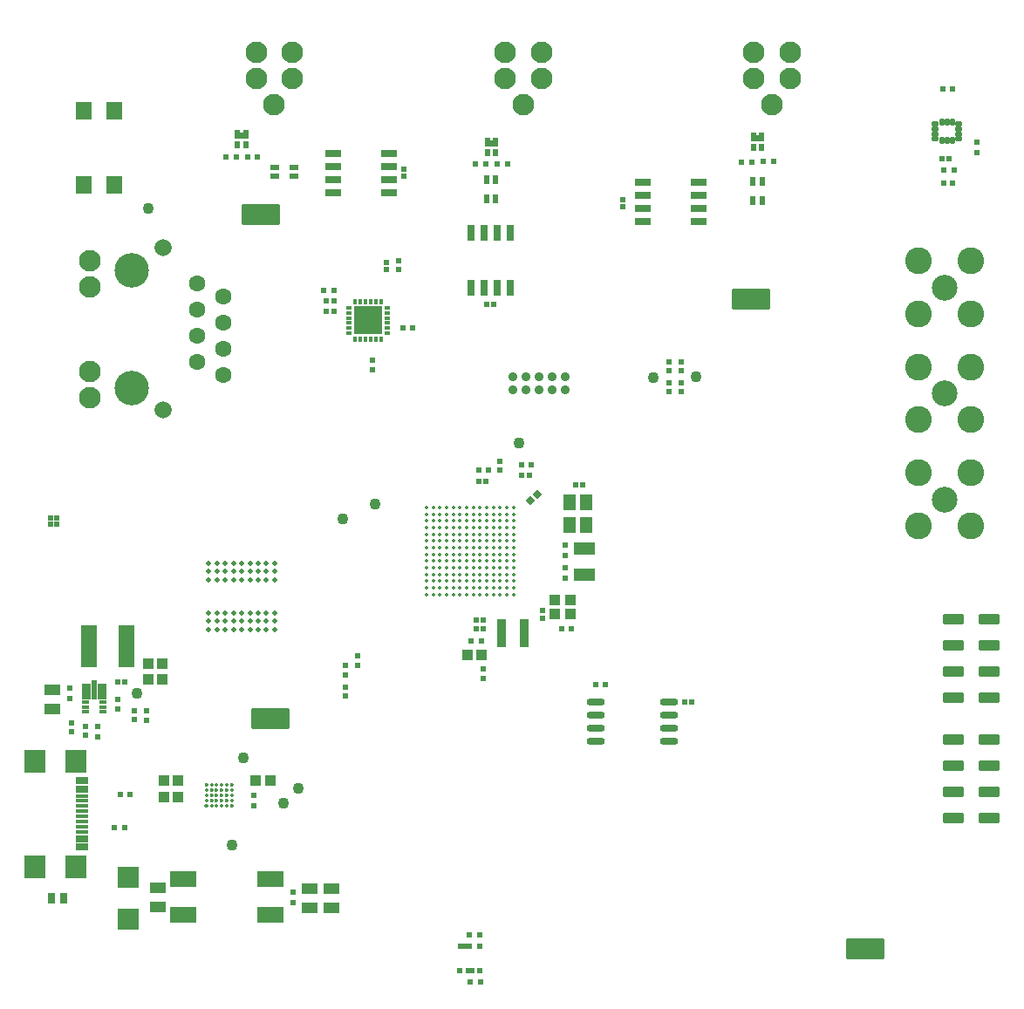
<source format=gts>
G04*
G04 #@! TF.GenerationSoftware,Altium Limited,Altium Designer,23.0.1 (38)*
G04*
G04 Layer_Color=8388736*
%FSLAX43Y43*%
%MOMM*%
G71*
G04*
G04 #@! TF.SameCoordinates,05D2ED34-A1BA-4F44-98ED-29CC40A3A522*
G04*
G04*
G04 #@! TF.FilePolarity,Negative*
G04*
G01*
G75*
%ADD20R,0.500X0.500*%
%ADD22R,0.500X0.500*%
%ADD62O,0.295X0.414*%
%ADD63O,0.414X0.295*%
%ADD64C,0.360*%
%ADD65O,0.360X0.290*%
%ADD66R,0.600X0.600*%
%ADD67R,1.650X0.700*%
%ADD68R,0.600X0.600*%
G04:AMPARAMS|DCode=69|XSize=0.45mm|YSize=0.7mm|CornerRadius=0.138mm|HoleSize=0mm|Usage=FLASHONLY|Rotation=0.000|XOffset=0mm|YOffset=0mm|HoleType=Round|Shape=RoundedRectangle|*
%AMROUNDEDRECTD69*
21,1,0.450,0.425,0,0,0.0*
21,1,0.175,0.700,0,0,0.0*
1,1,0.275,0.088,-0.213*
1,1,0.275,-0.088,-0.213*
1,1,0.275,-0.088,0.213*
1,1,0.275,0.088,0.213*
%
%ADD69ROUNDEDRECTD69*%
G04:AMPARAMS|DCode=70|XSize=0.45mm|YSize=0.7mm|CornerRadius=0.138mm|HoleSize=0mm|Usage=FLASHONLY|Rotation=90.000|XOffset=0mm|YOffset=0mm|HoleType=Round|Shape=RoundedRectangle|*
%AMROUNDEDRECTD70*
21,1,0.450,0.425,0,0,90.0*
21,1,0.175,0.700,0,0,90.0*
1,1,0.275,0.213,0.088*
1,1,0.275,0.213,-0.088*
1,1,0.275,-0.213,-0.088*
1,1,0.275,-0.213,0.088*
%
%ADD70ROUNDEDRECTD70*%
%ADD71R,0.600X0.520*%
%ADD72R,0.500X0.650*%
%ADD73R,0.500X0.950*%
%ADD74R,0.500X0.850*%
%ADD75R,0.520X0.600*%
%ADD76R,0.700X1.650*%
%ADD77R,0.850X0.500*%
%ADD78R,1.500X1.700*%
%ADD79R,2.700X2.700*%
G04:AMPARAMS|DCode=80|XSize=0.33mm|YSize=0.58mm|CornerRadius=0.108mm|HoleSize=0mm|Usage=FLASHONLY|Rotation=0.000|XOffset=0mm|YOffset=0mm|HoleType=Round|Shape=RoundedRectangle|*
%AMROUNDEDRECTD80*
21,1,0.330,0.365,0,0,0.0*
21,1,0.115,0.580,0,0,0.0*
1,1,0.215,0.058,-0.183*
1,1,0.215,-0.058,-0.183*
1,1,0.215,-0.058,0.183*
1,1,0.215,0.058,0.183*
%
%ADD80ROUNDEDRECTD80*%
G04:AMPARAMS|DCode=81|XSize=0.33mm|YSize=0.58mm|CornerRadius=0.108mm|HoleSize=0mm|Usage=FLASHONLY|Rotation=90.000|XOffset=0mm|YOffset=0mm|HoleType=Round|Shape=RoundedRectangle|*
%AMROUNDEDRECTD81*
21,1,0.330,0.365,0,0,90.0*
21,1,0.115,0.580,0,0,90.0*
1,1,0.215,0.183,0.058*
1,1,0.215,0.183,-0.058*
1,1,0.215,-0.183,-0.058*
1,1,0.215,-0.183,0.058*
%
%ADD81ROUNDEDRECTD81*%
%ADD82R,0.500X0.600*%
%ADD83R,0.850X0.600*%
%ADD84R,1.400X0.600*%
%ADD85C,0.510*%
%ADD86P,0.849X4X90.0*%
%ADD87R,1.300X1.500*%
%ADD88R,2.000X1.200*%
%ADD89O,1.800X0.700*%
%ADD90R,1.000X1.000*%
%ADD91R,0.900X2.800*%
%ADD92R,1.000X1.000*%
%ADD93C,1.100*%
%ADD94R,0.700X0.400*%
%ADD95R,0.900X1.600*%
%ADD96R,0.500X1.830*%
%ADD97R,1.500X1.050*%
%ADD98R,2.600X1.600*%
%ADD99R,0.700X1.000*%
%ADD100R,2.100X2.100*%
G04:AMPARAMS|DCode=101|XSize=3.7mm|YSize=2.1mm|CornerRadius=0.15mm|HoleSize=0mm|Usage=FLASHONLY|Rotation=0.000|XOffset=0mm|YOffset=0mm|HoleType=Round|Shape=RoundedRectangle|*
%AMROUNDEDRECTD101*
21,1,3.700,1.800,0,0,0.0*
21,1,3.400,2.100,0,0,0.0*
1,1,0.300,1.700,-0.900*
1,1,0.300,-1.700,-0.900*
1,1,0.300,-1.700,0.900*
1,1,0.300,1.700,0.900*
%
%ADD101ROUNDEDRECTD101*%
%ADD102C,0.887*%
%ADD103C,0.350*%
G04:AMPARAMS|DCode=104|XSize=1.1mm|YSize=2.1mm|CornerRadius=0.3mm|HoleSize=0mm|Usage=FLASHONLY|Rotation=90.000|XOffset=0mm|YOffset=0mm|HoleType=Round|Shape=RoundedRectangle|*
%AMROUNDEDRECTD104*
21,1,1.100,1.500,0,0,90.0*
21,1,0.500,2.100,0,0,90.0*
1,1,0.600,0.750,0.250*
1,1,0.600,0.750,-0.250*
1,1,0.600,-0.750,-0.250*
1,1,0.600,-0.750,0.250*
%
%ADD104ROUNDEDRECTD104*%
%ADD105R,1.600X4.100*%
%ADD106R,2.100X2.280*%
%ADD107R,1.160X0.700*%
%ADD108R,1.250X0.400*%
%ADD109C,0.100*%
%ADD110C,2.100*%
%ADD111C,3.350*%
%ADD112C,1.670*%
%ADD113C,1.600*%
%ADD114C,2.500*%
%ADD115C,2.600*%
G36*
X22325Y84788D02*
X21025D01*
Y85388D01*
X22325D01*
Y84788D01*
D02*
G37*
G36*
X72400Y84538D02*
X71100D01*
Y85138D01*
X72400D01*
Y84538D01*
D02*
G37*
G36*
X46600Y84038D02*
X45300D01*
Y84638D01*
X46600D01*
Y84038D01*
D02*
G37*
G36*
X18353Y20211D02*
X18354Y20211D01*
X18358Y20210D01*
X18362Y20210D01*
X18363Y20209D01*
X18364Y20209D01*
X18368Y20208D01*
X18372Y20207D01*
X18372Y20206D01*
X18373Y20206D01*
X18377Y20204D01*
X18381Y20202D01*
X18381Y20202D01*
X18382Y20201D01*
X18385Y20199D01*
X18388Y20196D01*
X18389Y20195D01*
X18389Y20195D01*
X18397Y20186D01*
X18400Y20183D01*
X18402Y20180D01*
X18416Y20160D01*
X18418Y20157D01*
X18420Y20153D01*
X18429Y20132D01*
X18431Y20128D01*
X18432Y20124D01*
X18438Y20101D01*
X18439Y20097D01*
X18440Y20093D01*
X18442Y20069D01*
X18442Y20065D01*
X18442Y20061D01*
X18440Y20037D01*
X18440Y20033D01*
X18439Y20029D01*
X18434Y20006D01*
X18432Y20002D01*
X18431Y19998D01*
X18422Y19976D01*
X18420Y19973D01*
X18418Y19969D01*
X18405Y19949D01*
X18402Y19946D01*
X18400Y19943D01*
X18384Y19925D01*
X18381Y19922D01*
X18378Y19920D01*
X18359Y19905D01*
X18356Y19903D01*
X18352Y19900D01*
X18331Y19889D01*
X18328Y19887D01*
X18324Y19886D01*
X18302Y19878D01*
X18298Y19877D01*
X18293Y19876D01*
X18270Y19872D01*
X18266Y19872D01*
X18262Y19871D01*
X18238D01*
X18234Y19872D01*
X18230Y19872D01*
X18207Y19876D01*
X18203Y19877D01*
X18199Y19878D01*
X18176Y19886D01*
X18173Y19887D01*
X18169Y19889D01*
X18148Y19900D01*
X18144Y19903D01*
X18141Y19905D01*
X18122Y19920D01*
X18119Y19922D01*
X18116Y19925D01*
X18100Y19943D01*
X18098Y19946D01*
X18095Y19949D01*
X18083Y19969D01*
X18081Y19973D01*
X18079Y19976D01*
X18069Y19998D01*
X18068Y20002D01*
X18067Y20006D01*
X18061Y20029D01*
X18060Y20033D01*
X18060Y20037D01*
X18058Y20061D01*
X18058Y20065D01*
X18058Y20069D01*
X18060Y20093D01*
X18061Y20097D01*
X18062Y20101D01*
X18068Y20124D01*
X18069Y20128D01*
X18071Y20132D01*
X18080Y20153D01*
X18083Y20157D01*
X18085Y20160D01*
X18098Y20180D01*
X18100Y20183D01*
X18103Y20186D01*
X18111Y20195D01*
X18112Y20195D01*
X18112Y20196D01*
X18115Y20199D01*
X18118Y20201D01*
X18119Y20202D01*
X18120Y20202D01*
X18123Y20204D01*
X18127Y20206D01*
X18128Y20206D01*
X18128Y20207D01*
X18132Y20208D01*
X18136Y20209D01*
X18137Y20209D01*
X18138Y20210D01*
X18142Y20210D01*
X18146Y20211D01*
X18147Y20211D01*
X18147Y20211D01*
X18353Y20211D01*
X18353Y20211D01*
X18353Y20211D01*
D02*
G37*
D20*
X3750Y47363D02*
D03*
X3150Y47963D02*
D03*
D22*
Y47363D02*
D03*
X3750Y47963D02*
D03*
D62*
X18750Y22063D02*
D03*
X19250D02*
D03*
X19750D02*
D03*
X20250D02*
D03*
X18750Y20063D02*
D03*
X19250D02*
D03*
X19750D02*
D03*
X20250D02*
D03*
D63*
X18250Y21563D02*
D03*
X20750D02*
D03*
X18250Y21063D02*
D03*
X20750D02*
D03*
X18250Y20563D02*
D03*
X20750D02*
D03*
D64*
X18750Y21563D02*
D03*
X19250D02*
D03*
X19750D02*
D03*
X20250D02*
D03*
X18750Y21063D02*
D03*
X19250D02*
D03*
X19750D02*
D03*
X20250D02*
D03*
X18750Y20563D02*
D03*
X19250D02*
D03*
X19750D02*
D03*
X20250D02*
D03*
X20750Y20063D02*
D03*
X18250Y22063D02*
D03*
X20750D02*
D03*
D65*
X18250Y20063D02*
D03*
D66*
X64375Y62288D02*
D03*
Y63188D02*
D03*
X63175Y62288D02*
D03*
Y63188D02*
D03*
Y60238D02*
D03*
Y61138D02*
D03*
X64375Y60238D02*
D03*
Y61138D02*
D03*
X93025Y83488D02*
D03*
Y84488D02*
D03*
X36925Y72113D02*
D03*
Y73013D02*
D03*
X34381Y63307D02*
D03*
Y62407D02*
D03*
X46750Y52613D02*
D03*
Y53513D02*
D03*
X53075Y45338D02*
D03*
Y44338D02*
D03*
X53075Y42163D02*
D03*
Y43163D02*
D03*
X45144Y32413D02*
D03*
Y33313D02*
D03*
X32950Y34613D02*
D03*
Y33713D02*
D03*
X31750Y32763D02*
D03*
Y33663D02*
D03*
X31750Y31588D02*
D03*
Y30688D02*
D03*
X12450Y29313D02*
D03*
Y28313D02*
D03*
X11225Y28413D02*
D03*
Y29313D02*
D03*
X9675Y30413D02*
D03*
Y29413D02*
D03*
X7700Y26763D02*
D03*
Y27763D02*
D03*
X6475Y26888D02*
D03*
Y27788D02*
D03*
X5125Y27238D02*
D03*
Y28138D02*
D03*
X4950Y30513D02*
D03*
Y31513D02*
D03*
X22875Y21088D02*
D03*
Y20088D02*
D03*
X26653Y10663D02*
D03*
Y11663D02*
D03*
D67*
X30550Y83418D02*
D03*
Y82148D02*
D03*
Y80878D02*
D03*
Y79608D02*
D03*
X35950Y83418D02*
D03*
Y82148D02*
D03*
Y80878D02*
D03*
Y79608D02*
D03*
X66025Y76758D02*
D03*
Y78028D02*
D03*
Y79298D02*
D03*
Y80568D02*
D03*
X60625Y76758D02*
D03*
Y78028D02*
D03*
Y79298D02*
D03*
Y80568D02*
D03*
D68*
X90650Y89613D02*
D03*
X89750D02*
D03*
X90825Y81773D02*
D03*
X89825D02*
D03*
X89800Y80523D02*
D03*
X90700D02*
D03*
X73319Y82591D02*
D03*
X72319D02*
D03*
X70211Y82578D02*
D03*
X71211D02*
D03*
X47500Y82388D02*
D03*
X46500D02*
D03*
X44357Y82394D02*
D03*
X45357D02*
D03*
X20125Y83088D02*
D03*
X21125D02*
D03*
X23225D02*
D03*
X22225D02*
D03*
X29625Y70063D02*
D03*
X30625D02*
D03*
X37350Y66438D02*
D03*
X38250D02*
D03*
X45600Y52613D02*
D03*
X44700D02*
D03*
X44750Y7513D02*
D03*
X43750D02*
D03*
X43850Y2963D02*
D03*
X44850D02*
D03*
X49775Y53138D02*
D03*
X48875D02*
D03*
X56075Y31838D02*
D03*
X56975D02*
D03*
X52750Y37263D02*
D03*
X53650D02*
D03*
X43969Y36088D02*
D03*
X44969D02*
D03*
X9350Y17913D02*
D03*
X10350D02*
D03*
X9875Y21188D02*
D03*
X10875D02*
D03*
D69*
X89643Y86413D02*
D03*
X90143D02*
D03*
X90643D02*
D03*
Y84663D02*
D03*
X90143D02*
D03*
X89643D02*
D03*
D70*
X91268Y86288D02*
D03*
Y85788D02*
D03*
Y85288D02*
D03*
Y84788D02*
D03*
X89018D02*
D03*
Y85288D02*
D03*
Y85788D02*
D03*
Y86288D02*
D03*
D71*
X89625Y82873D02*
D03*
X90325D02*
D03*
X46125Y68738D02*
D03*
X45425D02*
D03*
X30625Y69038D02*
D03*
X29925D02*
D03*
Y68088D02*
D03*
X30625D02*
D03*
X44700Y51538D02*
D03*
X45400D02*
D03*
X48875Y52138D02*
D03*
X49575D02*
D03*
X54063Y51175D02*
D03*
X54763D02*
D03*
X65400Y30163D02*
D03*
X64700D02*
D03*
X44444Y38082D02*
D03*
X45144D02*
D03*
X44444Y37203D02*
D03*
X45144D02*
D03*
X9625Y32038D02*
D03*
X10325D02*
D03*
D72*
X72150Y83963D02*
D03*
X71350D02*
D03*
X45550Y83463D02*
D03*
X46350D02*
D03*
X21275Y84213D02*
D03*
X22075D02*
D03*
D73*
X72150Y84963D02*
D03*
X71350D02*
D03*
X45550Y84463D02*
D03*
X46350D02*
D03*
X21275Y85213D02*
D03*
X22075D02*
D03*
D74*
X72175Y80688D02*
D03*
X71325D02*
D03*
X72175Y78838D02*
D03*
X71325D02*
D03*
X45500Y79013D02*
D03*
X46350D02*
D03*
X45500Y80863D02*
D03*
X46350D02*
D03*
D75*
X58675Y78913D02*
D03*
Y78213D02*
D03*
X37450Y81163D02*
D03*
Y81863D02*
D03*
X35753Y72785D02*
D03*
Y72085D02*
D03*
X50840Y38988D02*
D03*
Y38288D02*
D03*
D76*
X47730Y75713D02*
D03*
X46460D02*
D03*
X45190D02*
D03*
X43920D02*
D03*
X47730Y70313D02*
D03*
X46460D02*
D03*
X45190D02*
D03*
X43920D02*
D03*
D77*
X26725Y81163D02*
D03*
Y82013D02*
D03*
X24875Y81163D02*
D03*
Y82013D02*
D03*
D78*
X6325Y87538D02*
D03*
X9325D02*
D03*
Y80338D02*
D03*
X6325D02*
D03*
D79*
X33952Y67175D02*
D03*
D80*
X32702Y69035D02*
D03*
X33202D02*
D03*
X33702D02*
D03*
X34202D02*
D03*
X34702D02*
D03*
X35202D02*
D03*
Y65315D02*
D03*
X34702D02*
D03*
X34202D02*
D03*
X33702D02*
D03*
X33202D02*
D03*
X32702D02*
D03*
D81*
X35812Y68425D02*
D03*
Y67925D02*
D03*
Y67425D02*
D03*
Y66925D02*
D03*
Y66425D02*
D03*
Y65925D02*
D03*
X32092Y67925D02*
D03*
Y68425D02*
D03*
Y67425D02*
D03*
Y66925D02*
D03*
Y66425D02*
D03*
Y65925D02*
D03*
D82*
X44775Y6413D02*
D03*
Y4013D02*
D03*
X42875D02*
D03*
D83*
X43825D02*
D03*
D84*
X43325Y6413D02*
D03*
D85*
X18475Y37200D02*
D03*
Y43600D02*
D03*
X20075Y37200D02*
D03*
Y38000D02*
D03*
Y38800D02*
D03*
Y43600D02*
D03*
X20875Y37200D02*
D03*
Y38000D02*
D03*
Y38800D02*
D03*
Y42000D02*
D03*
Y42800D02*
D03*
Y43600D02*
D03*
X21675Y38000D02*
D03*
Y38800D02*
D03*
Y42000D02*
D03*
Y42800D02*
D03*
X22475Y38800D02*
D03*
Y42000D02*
D03*
X23275Y38800D02*
D03*
Y42000D02*
D03*
X24075Y38800D02*
D03*
Y42000D02*
D03*
X24875Y37200D02*
D03*
Y38800D02*
D03*
Y42000D02*
D03*
Y43600D02*
D03*
X22475Y38000D02*
D03*
X23275D02*
D03*
X24075Y43600D02*
D03*
X24875Y42800D02*
D03*
X22475D02*
D03*
X23275Y43600D02*
D03*
X21675D02*
D03*
X22475D02*
D03*
X23275Y37200D02*
D03*
X22475D02*
D03*
X23275Y42800D02*
D03*
X21675Y37200D02*
D03*
X24075Y38000D02*
D03*
Y42800D02*
D03*
Y37200D02*
D03*
X24875Y38000D02*
D03*
X18475Y42800D02*
D03*
X19275Y37200D02*
D03*
X20075Y42000D02*
D03*
X18475D02*
D03*
X20075Y42800D02*
D03*
X19275Y42000D02*
D03*
Y43600D02*
D03*
Y42800D02*
D03*
X18475Y38800D02*
D03*
Y38000D02*
D03*
X19275D02*
D03*
Y38800D02*
D03*
D86*
X49720Y49665D02*
D03*
X50356Y50301D02*
D03*
D87*
X53525Y47338D02*
D03*
Y49538D02*
D03*
X55125D02*
D03*
Y47338D02*
D03*
D88*
X54950Y45013D02*
D03*
Y42513D02*
D03*
D89*
X56075Y30168D02*
D03*
Y28898D02*
D03*
Y27628D02*
D03*
Y26358D02*
D03*
X63175Y30168D02*
D03*
Y28898D02*
D03*
Y27628D02*
D03*
Y26358D02*
D03*
D90*
X53625Y38663D02*
D03*
Y40063D02*
D03*
X52025Y38653D02*
D03*
Y40053D02*
D03*
D91*
X46875Y36813D02*
D03*
X49075D02*
D03*
D92*
X44994Y34688D02*
D03*
X43594D02*
D03*
X12600Y32338D02*
D03*
X14000D02*
D03*
X24450Y22488D02*
D03*
X23050D02*
D03*
X14125Y22501D02*
D03*
X15525D02*
D03*
X14125Y20938D02*
D03*
X15525D02*
D03*
X13995Y33838D02*
D03*
X12595D02*
D03*
D93*
X11475Y30963D02*
D03*
X21825Y24688D02*
D03*
X27164Y21752D02*
D03*
X25750Y20338D02*
D03*
X12597Y78016D02*
D03*
X65800Y61713D02*
D03*
X61646Y61663D02*
D03*
X48625Y55313D02*
D03*
X34600Y49338D02*
D03*
X31450Y47938D02*
D03*
X20725Y16263D02*
D03*
D94*
X6525Y30113D02*
D03*
Y29663D02*
D03*
Y29213D02*
D03*
X8225Y30113D02*
D03*
Y29663D02*
D03*
Y29213D02*
D03*
D95*
X8125Y31163D02*
D03*
X6625D02*
D03*
D96*
X7375Y31278D02*
D03*
D97*
X3275Y31313D02*
D03*
Y29463D02*
D03*
X30378Y12038D02*
D03*
Y10188D02*
D03*
X28303Y12038D02*
D03*
Y10188D02*
D03*
X13503Y12088D02*
D03*
Y10238D02*
D03*
D98*
X24478Y9438D02*
D03*
Y12938D02*
D03*
X15978Y9438D02*
D03*
Y12938D02*
D03*
D99*
X4375Y11113D02*
D03*
X3175D02*
D03*
D100*
X10703Y9088D02*
D03*
Y13088D02*
D03*
D101*
X23525Y77463D02*
D03*
X71100Y69213D02*
D03*
X24475Y28488D02*
D03*
X82200Y6138D02*
D03*
D102*
X53107Y61711D02*
D03*
Y60441D02*
D03*
X50567Y61711D02*
D03*
Y60441D02*
D03*
X51837D02*
D03*
Y61711D02*
D03*
X49297D02*
D03*
Y60441D02*
D03*
X48027D02*
D03*
Y61711D02*
D03*
D103*
X40912Y41226D02*
D03*
X43512Y40576D02*
D03*
Y41876D02*
D03*
X44162Y40576D02*
D03*
X39612Y43826D02*
D03*
X40262D02*
D03*
Y40576D02*
D03*
X39612Y43176D02*
D03*
Y42526D02*
D03*
X40262Y41226D02*
D03*
X43512D02*
D03*
X40262Y42526D02*
D03*
X42212Y41876D02*
D03*
X42862D02*
D03*
Y42526D02*
D03*
X43512D02*
D03*
X42862Y41226D02*
D03*
X43512Y43176D02*
D03*
X44162D02*
D03*
Y42526D02*
D03*
X40912Y43826D02*
D03*
Y43176D02*
D03*
X41562D02*
D03*
X40912Y42526D02*
D03*
X41562D02*
D03*
X42212Y43176D02*
D03*
X40912Y41876D02*
D03*
X42212Y42526D02*
D03*
X39612Y40576D02*
D03*
Y41226D02*
D03*
Y47076D02*
D03*
Y49026D02*
D03*
X40262Y41876D02*
D03*
Y43176D02*
D03*
Y45126D02*
D03*
Y46426D02*
D03*
Y47076D02*
D03*
Y47726D02*
D03*
Y49026D02*
D03*
X40912Y40576D02*
D03*
Y45126D02*
D03*
Y46426D02*
D03*
Y47076D02*
D03*
Y47726D02*
D03*
Y49026D02*
D03*
X41562Y40576D02*
D03*
Y41226D02*
D03*
Y41876D02*
D03*
Y43826D02*
D03*
Y44476D02*
D03*
Y45126D02*
D03*
Y45776D02*
D03*
Y46426D02*
D03*
Y47726D02*
D03*
Y49026D02*
D03*
X42212Y40576D02*
D03*
Y41226D02*
D03*
Y43826D02*
D03*
Y44476D02*
D03*
Y45776D02*
D03*
Y46426D02*
D03*
Y47076D02*
D03*
Y47726D02*
D03*
Y48376D02*
D03*
Y49026D02*
D03*
X42862Y40576D02*
D03*
Y43176D02*
D03*
Y43826D02*
D03*
Y44476D02*
D03*
Y45126D02*
D03*
Y45776D02*
D03*
Y46426D02*
D03*
Y47076D02*
D03*
Y47726D02*
D03*
X43512Y43826D02*
D03*
Y44476D02*
D03*
Y45126D02*
D03*
Y45776D02*
D03*
Y46426D02*
D03*
Y47076D02*
D03*
Y47726D02*
D03*
Y48376D02*
D03*
Y49026D02*
D03*
X44162Y41226D02*
D03*
Y41876D02*
D03*
Y43826D02*
D03*
Y44476D02*
D03*
Y45126D02*
D03*
Y45776D02*
D03*
Y46426D02*
D03*
Y47076D02*
D03*
Y47726D02*
D03*
Y48376D02*
D03*
Y49026D02*
D03*
X44812Y40576D02*
D03*
Y41876D02*
D03*
Y42526D02*
D03*
Y43176D02*
D03*
Y43826D02*
D03*
Y44476D02*
D03*
Y45126D02*
D03*
Y45776D02*
D03*
Y46426D02*
D03*
Y47076D02*
D03*
Y47726D02*
D03*
Y48376D02*
D03*
X45462Y40576D02*
D03*
Y41226D02*
D03*
Y41876D02*
D03*
Y42526D02*
D03*
Y43176D02*
D03*
Y43826D02*
D03*
Y45126D02*
D03*
Y45776D02*
D03*
Y46426D02*
D03*
Y47076D02*
D03*
Y48376D02*
D03*
X46112Y40576D02*
D03*
Y41226D02*
D03*
Y41876D02*
D03*
Y42526D02*
D03*
Y43176D02*
D03*
Y45126D02*
D03*
Y45776D02*
D03*
Y46426D02*
D03*
Y47076D02*
D03*
X46762Y40576D02*
D03*
Y41226D02*
D03*
Y41876D02*
D03*
Y42526D02*
D03*
Y43176D02*
D03*
Y43826D02*
D03*
Y44476D02*
D03*
Y45126D02*
D03*
Y45776D02*
D03*
Y46426D02*
D03*
Y47076D02*
D03*
Y47726D02*
D03*
Y48376D02*
D03*
Y49026D02*
D03*
X47412Y40576D02*
D03*
Y41226D02*
D03*
Y43176D02*
D03*
Y43826D02*
D03*
Y45126D02*
D03*
Y45776D02*
D03*
Y49026D02*
D03*
X48062Y40576D02*
D03*
Y41226D02*
D03*
Y41876D02*
D03*
Y45126D02*
D03*
Y45776D02*
D03*
Y46426D02*
D03*
Y47076D02*
D03*
Y47726D02*
D03*
Y49026D02*
D03*
X39612Y41876D02*
D03*
Y44476D02*
D03*
Y45126D02*
D03*
Y45776D02*
D03*
Y46426D02*
D03*
Y47726D02*
D03*
Y48376D02*
D03*
X40262Y44476D02*
D03*
Y45776D02*
D03*
Y48376D02*
D03*
X40912Y44476D02*
D03*
Y45776D02*
D03*
Y48376D02*
D03*
X41562Y47076D02*
D03*
Y48376D02*
D03*
X42212Y45126D02*
D03*
X42862Y48376D02*
D03*
Y49026D02*
D03*
X44812Y41226D02*
D03*
Y49026D02*
D03*
X45462Y44476D02*
D03*
Y47726D02*
D03*
Y49026D02*
D03*
X46112Y43826D02*
D03*
Y44476D02*
D03*
Y47726D02*
D03*
Y48376D02*
D03*
Y49026D02*
D03*
X47412Y41876D02*
D03*
Y42526D02*
D03*
Y44476D02*
D03*
Y46426D02*
D03*
Y47076D02*
D03*
Y47726D02*
D03*
Y48376D02*
D03*
X48062Y42526D02*
D03*
Y43176D02*
D03*
Y43826D02*
D03*
Y44476D02*
D03*
Y48376D02*
D03*
D104*
X94225Y30545D02*
D03*
Y33085D02*
D03*
Y35625D02*
D03*
Y38165D02*
D03*
X90727D02*
D03*
Y35625D02*
D03*
Y33085D02*
D03*
Y30545D02*
D03*
X94225Y18860D02*
D03*
Y21400D02*
D03*
Y23940D02*
D03*
Y26480D02*
D03*
X90727D02*
D03*
Y23940D02*
D03*
Y21400D02*
D03*
Y18860D02*
D03*
D105*
X10475Y35513D02*
D03*
X6875D02*
D03*
D106*
X1636Y14165D02*
D03*
X5566D02*
D03*
X1636Y24385D02*
D03*
X5566D02*
D03*
D107*
X6186Y22475D02*
D03*
Y16075D02*
D03*
Y21675D02*
D03*
Y16875D02*
D03*
D108*
X6141Y21025D02*
D03*
Y17525D02*
D03*
Y20525D02*
D03*
Y18025D02*
D03*
Y20025D02*
D03*
Y18525D02*
D03*
Y19525D02*
D03*
Y19025D02*
D03*
D109*
X80680Y95933D02*
D03*
X65680D02*
D03*
X80680Y91933D02*
D03*
X65680D02*
D03*
X56513Y95933D02*
D03*
X41513D02*
D03*
X56513Y91933D02*
D03*
X41513D02*
D03*
X32345Y95933D02*
D03*
X17345D02*
D03*
X32345Y91933D02*
D03*
X17345D02*
D03*
X5000Y95000D02*
D03*
X95000Y95000D02*
D03*
X54377Y60061D02*
D03*
Y62091D02*
D03*
X52472Y63616D02*
D03*
Y58536D02*
D03*
X46757D02*
D03*
X46757Y63616D02*
D03*
X46757Y61076D02*
D03*
X95000Y5000D02*
D03*
X5000D02*
D03*
X5066Y22165D02*
D03*
Y16385D02*
D03*
D110*
X71410Y93203D02*
D03*
X74950D02*
D03*
Y90663D02*
D03*
X73180Y88123D02*
D03*
X71410Y90663D02*
D03*
X47243Y93203D02*
D03*
X50783D02*
D03*
Y90663D02*
D03*
X49013Y88123D02*
D03*
X47243Y90663D02*
D03*
X23075Y93203D02*
D03*
X26615D02*
D03*
Y90663D02*
D03*
X24845Y88123D02*
D03*
X23075Y90663D02*
D03*
X6977Y72965D02*
D03*
X6967Y70425D02*
D03*
Y59705D02*
D03*
Y62245D02*
D03*
D111*
X11027Y72045D02*
D03*
Y60620D02*
D03*
D112*
X14077Y74210D02*
D03*
Y58460D02*
D03*
D113*
X19917Y61890D02*
D03*
Y64430D02*
D03*
Y66970D02*
D03*
Y69510D02*
D03*
X17377Y63160D02*
D03*
Y65700D02*
D03*
Y68240D02*
D03*
Y70780D02*
D03*
D114*
X89925Y70388D02*
D03*
Y60100D02*
D03*
Y49813D02*
D03*
D115*
X92475Y72938D02*
D03*
X87375D02*
D03*
Y67838D02*
D03*
X92475D02*
D03*
Y62650D02*
D03*
X87375D02*
D03*
Y57550D02*
D03*
X92475D02*
D03*
Y52363D02*
D03*
X87375D02*
D03*
Y47263D02*
D03*
X92475D02*
D03*
M02*

</source>
